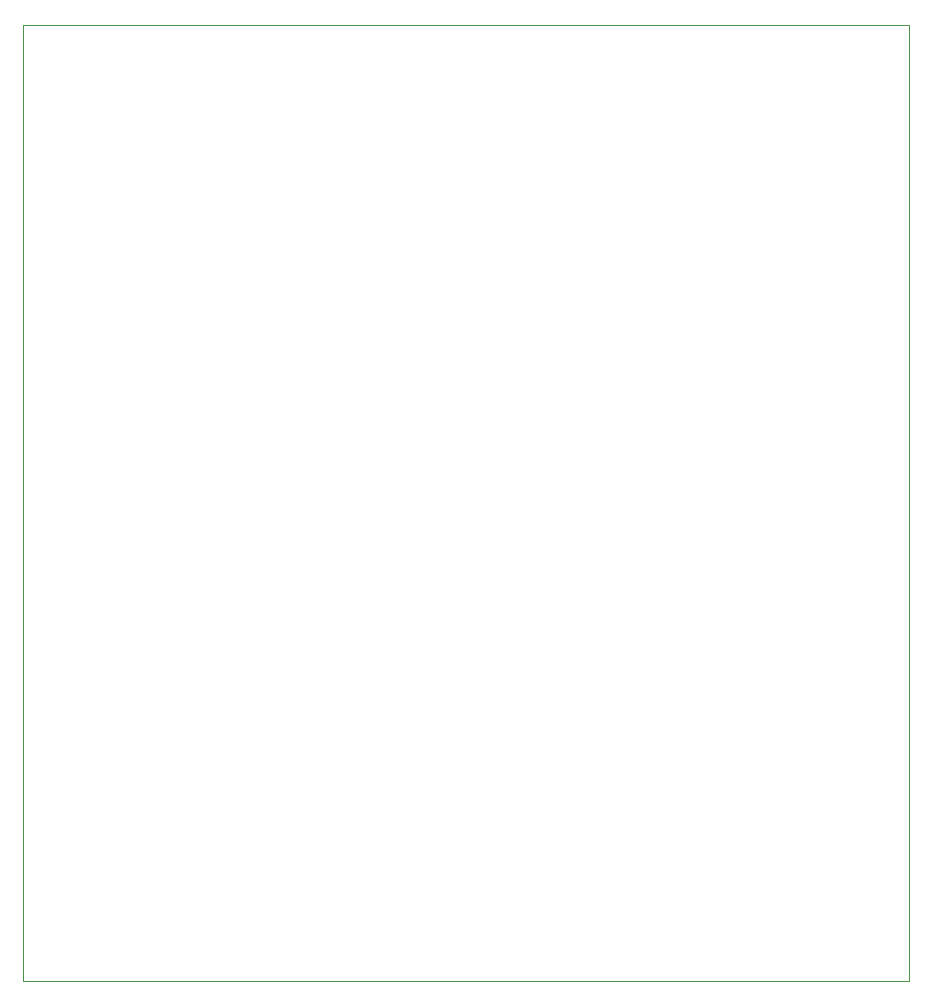
<source format=gm1>
%TF.GenerationSoftware,KiCad,Pcbnew,7.0.10-7.0.10~ubuntu22.04.1*%
%TF.CreationDate,2024-02-12T01:23:16+01:00*%
%TF.ProjectId,screw_terminal_breakout_board_esp32,73637265-775f-4746-9572-6d696e616c5f,rev?*%
%TF.SameCoordinates,Original*%
%TF.FileFunction,Profile,NP*%
%FSLAX46Y46*%
G04 Gerber Fmt 4.6, Leading zero omitted, Abs format (unit mm)*
G04 Created by KiCad (PCBNEW 7.0.10-7.0.10~ubuntu22.04.1) date 2024-02-12 01:23:16*
%MOMM*%
%LPD*%
G01*
G04 APERTURE LIST*
%TA.AperFunction,Profile*%
%ADD10C,0.100000*%
%TD*%
G04 APERTURE END LIST*
D10*
X102080000Y-50080000D02*
X177080000Y-50080000D01*
X177080000Y-131080000D01*
X102080000Y-131080000D01*
X102080000Y-50080000D01*
M02*

</source>
